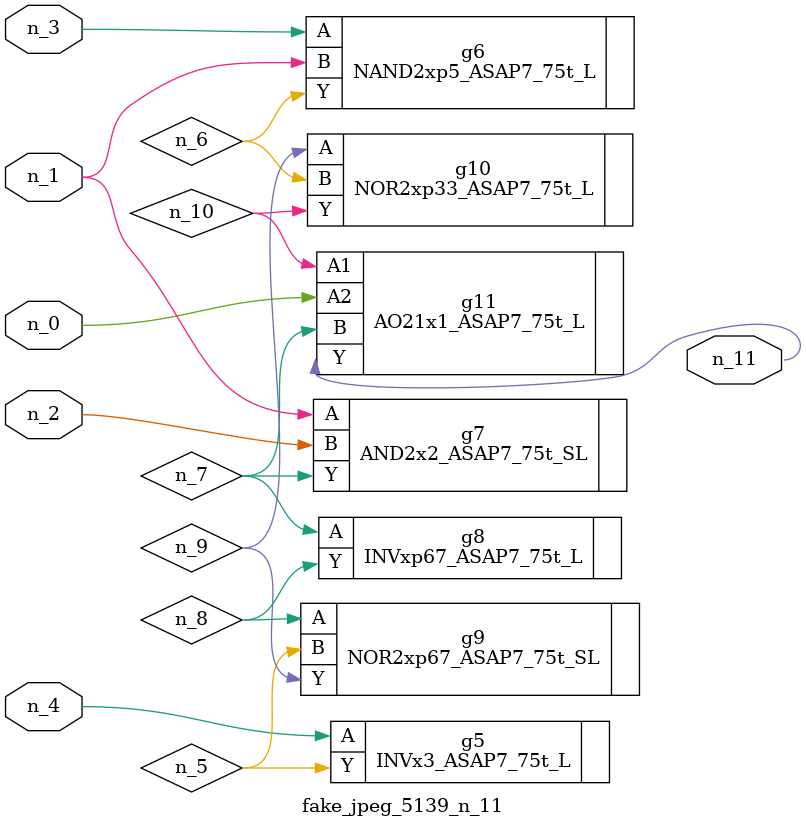
<source format=v>
module fake_jpeg_5139_n_11 (n_3, n_2, n_1, n_0, n_4, n_11);

input n_3;
input n_2;
input n_1;
input n_0;
input n_4;

output n_11;

wire n_10;
wire n_8;
wire n_9;
wire n_6;
wire n_5;
wire n_7;

INVx3_ASAP7_75t_L g5 ( 
.A(n_4),
.Y(n_5)
);

NAND2xp5_ASAP7_75t_L g6 ( 
.A(n_3),
.B(n_1),
.Y(n_6)
);

AND2x2_ASAP7_75t_SL g7 ( 
.A(n_1),
.B(n_2),
.Y(n_7)
);

INVxp67_ASAP7_75t_L g8 ( 
.A(n_7),
.Y(n_8)
);

NOR2xp67_ASAP7_75t_SL g9 ( 
.A(n_8),
.B(n_5),
.Y(n_9)
);

NOR2xp33_ASAP7_75t_L g10 ( 
.A(n_9),
.B(n_6),
.Y(n_10)
);

AO21x1_ASAP7_75t_L g11 ( 
.A1(n_10),
.A2(n_0),
.B(n_7),
.Y(n_11)
);


endmodule
</source>
